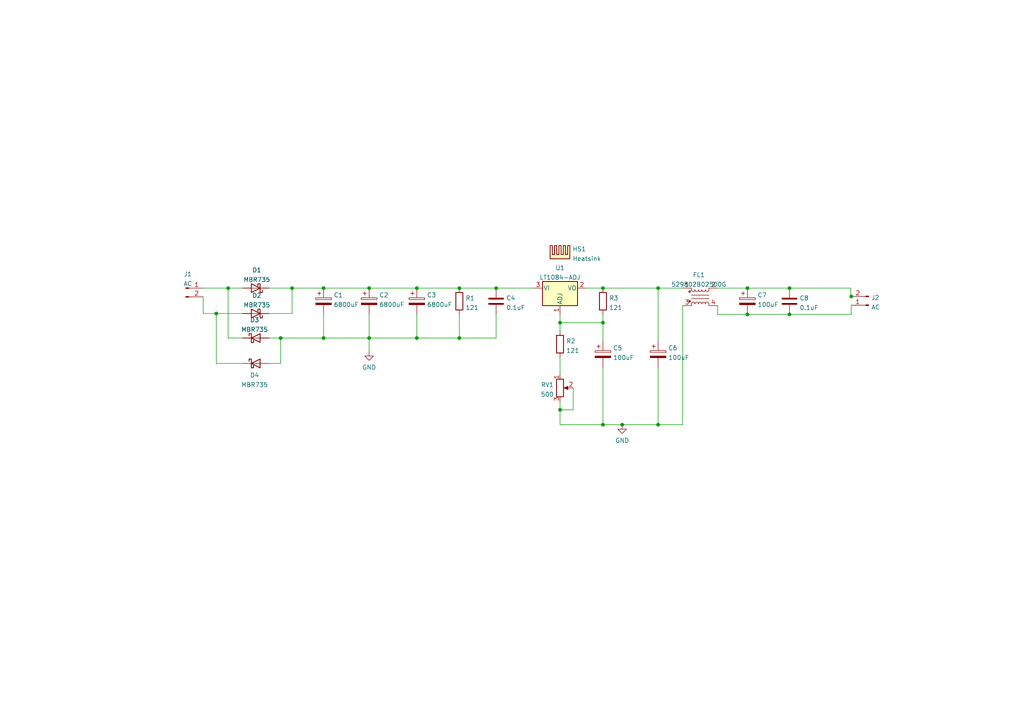
<source format=kicad_sch>
(kicad_sch (version 20211123) (generator eeschema)
  (paper "A4")
  (lib_symbols
    (symbol "Connector:Conn_01x02_Male" (pin_names (offset 1.016) hide)
      (property "Reference" "J" (at 0 2.54 0))
      (property "Value" "Conn_01x02_Male" (at 0 -5.08 0))
      (symbol "Conn_01x02_Male_1_1"
        (polyline (pts (xy 1.27 -2.54) (xy 0.8636 -2.54)) (stroke (width 0.1524)))
        (polyline (pts (xy 1.27 0) (xy 0.8636 0)) (stroke (width 0.1524)))
        (rectangle (start 0.8636 -2.413) (end 0 -2.667) (stroke (width 0.1524)) (fill (type outline)))
        (rectangle (start 0.8636 0.127) (end 0 -0.127) (stroke (width 0.1524)) (fill (type outline)))
        (pin passive line (at 5.08 0 180) (length 3.81) (name "Pin_1") (number "1"))
        (pin passive line (at 5.08 -2.54 180) (length 3.81) (name "Pin_2") (number "2"))
      )
    )
    (symbol "Device:C" (pin_numbers hide) (pin_names (offset 0.254))
      (property "Reference" "C" (at 0.635 2.54 0))
      (property "Value" "C" (at 0.635 -2.54 0))
      (symbol "C_0_1"
        (polyline (pts (xy -2.032 -0.762) (xy 2.032 -0.762)) (stroke (width 0.508)))
        (polyline (pts (xy -2.032 0.762) (xy 2.032 0.762)) (stroke (width 0.508)))
      )
      (symbol "C_1_1"
        (pin passive line (at 0 3.81 270) (length 2.794) (name "~") (number "1"))
        (pin passive line (at 0 -3.81 90) (length 2.794) (name "~") (number "2"))
      )
    )
    (symbol "Device:C_Polarized" (pin_numbers hide) (pin_names (offset 0.254))
      (property "Reference" "C" (at 0.635 2.54 0))
      (property "Value" "C_Polarized" (at 0.635 -2.54 0))
      (symbol "C_Polarized_0_1"
        (rectangle (start -2.286 0.508) (end 2.286 1.016))
        (polyline (pts (xy -1.778 2.286) (xy -0.762 2.286)))
        (polyline (pts (xy -1.27 2.794) (xy -1.27 1.778)))
        (rectangle (start 2.286 -0.508) (end -2.286 -1.016) (fill (type outline)))
      )
      (symbol "C_Polarized_1_1"
        (pin passive line (at 0 3.81 270) (length 2.794) (name "~") (number "1"))
        (pin passive line (at 0 -3.81 90) (length 2.794) (name "~") (number "2"))
      )
    )
    (symbol "Device:Filter_EMI_CommonMode" (pin_names (offset 0.254) hide)
      (property "Reference" "FL" (at 0 4.445 0))
      (property "Value" "Filter_EMI_CommonMode" (at 0 -4.445 0))
      (symbol "Filter_EMI_CommonMode_0_1"
        (circle (center -3.048 -1.27) (radius 0.254) (fill (type outline)))
        (circle (center -3.048 1.524) (radius 0.254) (fill (type outline)))
        (arc (start -2.54 2.032) (mid -2.032 1.524) (end -1.524 2.032))
        (arc (start -1.524 -2.032) (mid -2.032 -1.524) (end -2.54 -2.032))
        (arc (start -1.524 2.032) (mid -1.016 1.524) (end -0.508 2.032))
        (arc (start -0.508 -2.032) (mid -1.016 -1.524) (end -1.524 -2.032))
        (arc (start -0.508 2.032) (mid 0 1.524) (end 0.508 2.032))
        (polyline (pts (xy -2.54 -2.032) (xy -2.54 -2.54)))
        (polyline (pts (xy -2.54 0.508) (xy 2.54 0.508)))
        (polyline (pts (xy -2.54 2.032) (xy -2.54 2.54)))
        (polyline (pts (xy 2.54 -2.032) (xy 2.54 -2.54)))
        (polyline (pts (xy 2.54 -0.508) (xy -2.54 -0.508)))
        (polyline (pts (xy 2.54 2.54) (xy 2.54 2.032)))
        (arc (start 0.508 -2.032) (mid 0 -1.524) (end -0.508 -2.032))
        (arc (start 0.508 2.032) (mid 1.016 1.524) (end 1.524 2.032))
        (arc (start 1.524 -2.032) (mid 1.016 -1.524) (end 0.508 -2.032))
        (arc (start 1.524 2.032) (mid 2.032 1.524) (end 2.54 2.032))
        (arc (start 2.54 -2.032) (mid 2.032 -1.524) (end 1.524 -2.032))
      )
      (symbol "Filter_EMI_CommonMode_1_1"
        (pin passive line (at -5.08 2.54 0) (length 2.54) (name "1") (number "1"))
        (pin passive line (at 5.08 2.54 180) (length 2.54) (name "2") (number "2"))
        (pin passive line (at -5.08 -2.54 0) (length 2.54) (name "3") (number "3"))
        (pin passive line (at 5.08 -2.54 180) (length 2.54) (name "4") (number "4"))
      )
    )
    (symbol "Device:R" (pin_numbers hide) (pin_names (offset 0))
      (property "Reference" "R" (at 2.032 0 90))
      (property "Value" "R" (at 0 0 90))
      (symbol "R_0_1"
        (rectangle (start -1.016 -2.54) (end 1.016 2.54) (stroke (width 0.254)))
      )
      (symbol "R_1_1"
        (pin passive line (at 0 3.81 270) (length 1.27) (name "~") (number "1"))
        (pin passive line (at 0 -3.81 90) (length 1.27) (name "~") (number "2"))
      )
    )
    (symbol "Device:R_Potentiometer" (pin_names (offset 1.016) hide)
      (property "Reference" "RV" (at -4.445 0 90))
      (property "Value" "R_Potentiometer" (at -2.54 0 90))
      (symbol "R_Potentiometer_0_1"
        (polyline (pts (xy 2.54 0) (xy 1.524 0)))
        (polyline (pts (xy 1.143 0) (xy 2.286 0.508) (xy 2.286 -0.508) (xy 1.143 0)) (fill (type outline)))
        (rectangle (start 1.016 2.54) (end -1.016 -2.54) (stroke (width 0.254)))
      )
      (symbol "R_Potentiometer_1_1"
        (pin passive line (at 0 3.81 270) (length 1.27) (name "1") (number "1"))
        (pin passive line (at 3.81 0 180) (length 1.27) (name "2") (number "2"))
        (pin passive line (at 0 -3.81 90) (length 1.27) (name "3") (number "3"))
      )
    )
    (symbol "Diode:MBR735" (pin_numbers hide) (pin_names (offset 1.016) hide)
      (property "Reference" "D" (at 0 2.54 0))
      (property "Value" "MBR735" (at 0 -2.54 0))
      (symbol "MBR735_0_1"
        (polyline (pts (xy 1.27 0) (xy -1.27 0)))
        (polyline (pts (xy 1.27 1.27) (xy 1.27 -1.27) (xy -1.27 0) (xy 1.27 1.27)) (stroke (width 0.254)))
        (polyline (pts (xy -1.905 0.635) (xy -1.905 1.27) (xy -1.27 1.27) (xy -1.27 -1.27) (xy -0.635 -1.27) (xy -0.635 -0.635)) (stroke (width 0.254)))
      )
      (symbol "MBR735_1_1"
        (pin passive line (at -3.81 0 0) (length 2.54) (name "K") (number "1"))
        (pin passive line (at 3.81 0 180) (length 2.54) (name "A") (number "2"))
      )
    )
    (symbol "Mechanical:Heatsink" (pin_names (offset 1.016))
      (property "Reference" "HS" (at 0 5.08 0))
      (property "Value" "Heatsink" (at 0 -1.27 0))
      (symbol "Heatsink_0_1"
        (polyline (pts (xy -0.3302 1.27) (xy -0.9652 1.27) (xy -0.9652 3.81) (xy -1.6002 3.81) (xy -1.6002 1.27) (xy -2.2352 1.27) (xy -2.2352 3.81) (xy -2.8702 3.81) (xy -2.8702 0) (xy -0.9652 0)) (stroke (width 0.254)) (fill (type background)))
        (polyline (pts (xy -0.3302 1.27) (xy -0.3302 3.81) (xy 0.3048 3.81) (xy 0.3048 1.27) (xy 0.9398 1.27) (xy 0.9398 3.81) (xy 1.5748 3.81) (xy 1.5748 1.27) (xy 2.2098 1.27) (xy 2.2098 3.81) (xy 2.8448 3.81) (xy 2.8448 0) (xy -0.9652 0)) (stroke (width 0.254)) (fill (type background)))
      )
    )
    (symbol "Regulator_Linear:LT1084-ADJ" (pin_names (offset 0.254))
      (property "Reference" "U" (at -3.81 3.175 0))
      (property "Value" "LT1084-ADJ" (at 0 3.175 0))
      (symbol "LT1084-ADJ_0_1"
        (rectangle (start -5.08 1.905) (end 5.08 -5.08) (stroke (width 0.254)) (fill (type background)))
      )
      (symbol "LT1084-ADJ_1_1"
        (pin input line (at 0 -7.62 90) (length 2.54) (name "ADJ") (number "1"))
        (pin power_out line (at 7.62 0 180) (length 2.54) (name "VO") (number "2"))
        (pin power_in line (at -7.62 0 0) (length 2.54) (name "VI") (number "3"))
      )
    )
    (symbol "power:GND" (power) (pin_names (offset 0))
      (property "Value" "GND" (at 0 -3.81 0))
      (symbol "GND_0_1"
        (polyline (pts (xy 0 0) (xy 0 -1.27) (xy 1.27 -1.27) (xy 0 -2.54) (xy -1.27 -1.27) (xy 0 -1.27)))
      )
      (symbol "GND_1_1"
        (pin power_in line (at 0 0 270) (length 0) hide (name "GND") (number "1"))
      )
    )
  )
  (junction (at 120.904 98.044))
  (junction (at 62.738 90.932))
  (junction (at 174.879 83.566))
  (junction (at 162.433 93.599))
  (junction (at 84.709 83.566))
  (junction (at 93.853 83.566))
  (junction (at 180.467 123.19))
  (junction (at 120.904 83.566))
  (junction (at 107.061 83.566))
  (junction (at 216.789 91.186))
  (junction (at 190.881 123.19))
  (junction (at 66.167 83.566))
  (junction (at 174.879 123.19))
  (junction (at 133.223 83.566))
  (junction (at 228.981 91.186))
  (junction (at 246.888 85.979))
  (junction (at 143.891 83.566))
  (junction (at 81.407 98.044))
  (junction (at 174.879 93.599))
  (junction (at 107.061 98.044))
  (junction (at 216.789 83.566))
  (junction (at 162.433 118.872))
  (junction (at 93.853 98.044))
  (junction (at 133.223 98.044))
  (junction (at 228.981 83.566))
  (junction (at 190.881 83.566))
  (wire (pts (xy 216.789 91.186) (xy 208.153 91.186)))
  (wire (pts (xy 143.891 98.044) (xy 133.223 98.044)))
  (wire (pts (xy 216.789 83.566) (xy 228.981 83.566)))
  (wire (pts (xy 77.978 105.41) (xy 81.407 105.41)))
  (wire (pts (xy 190.881 98.933) (xy 190.881 83.566)))
  (wire (pts (xy 174.879 91.186) (xy 174.879 93.599)))
  (wire (pts (xy 246.761 83.566) (xy 246.761 85.979)))
  (wire (pts (xy 107.061 83.566) (xy 120.904 83.566)))
  (wire (pts (xy 93.853 98.044) (xy 81.407 98.044)))
  (wire (pts (xy 70.358 105.41) (xy 62.738 105.41)))
  (wire (pts (xy 62.738 90.932) (xy 58.928 90.932)))
  (wire (pts (xy 246.888 88.519) (xy 246.888 91.186)))
  (wire (pts (xy 133.223 91.186) (xy 133.223 98.044)))
  (wire (pts (xy 84.709 83.566) (xy 93.853 83.566)))
  (wire (pts (xy 208.153 83.566) (xy 216.789 83.566)))
  (wire (pts (xy 120.904 98.044) (xy 107.061 98.044)))
  (wire (pts (xy 162.433 116.332) (xy 162.433 118.872)))
  (wire (pts (xy 170.053 83.566) (xy 174.879 83.566)))
  (wire (pts (xy 143.891 91.186) (xy 143.891 98.044)))
  (wire (pts (xy 107.061 91.186) (xy 107.061 98.044)))
  (wire (pts (xy 107.061 98.044) (xy 93.853 98.044)))
  (wire (pts (xy 166.243 118.872) (xy 162.433 118.872)))
  (wire (pts (xy 174.879 123.19) (xy 162.433 123.19)))
  (wire (pts (xy 93.853 91.186) (xy 93.853 98.044)))
  (wire (pts (xy 174.879 106.553) (xy 174.879 123.19)))
  (wire (pts (xy 58.928 83.566) (xy 66.167 83.566)))
  (wire (pts (xy 180.467 123.19) (xy 174.879 123.19)))
  (wire (pts (xy 133.223 98.044) (xy 120.904 98.044)))
  (wire (pts (xy 162.433 93.599) (xy 162.433 96.012)))
  (wire (pts (xy 84.709 83.566) (xy 84.709 90.932)))
  (wire (pts (xy 174.879 93.599) (xy 174.879 98.933)))
  (wire (pts (xy 190.881 123.19) (xy 180.467 123.19)))
  (wire (pts (xy 81.407 98.044) (xy 77.978 98.044)))
  (wire (pts (xy 162.433 103.632) (xy 162.433 108.712)))
  (wire (pts (xy 246.761 85.979) (xy 246.888 85.979)))
  (wire (pts (xy 166.243 112.522) (xy 166.243 118.872)))
  (wire (pts (xy 120.904 91.186) (xy 120.904 98.044)))
  (wire (pts (xy 190.881 83.566) (xy 174.879 83.566)))
  (wire (pts (xy 197.993 88.646) (xy 197.993 123.19)))
  (wire (pts (xy 107.061 98.044) (xy 107.061 101.981)))
  (wire (pts (xy 58.928 90.932) (xy 58.928 86.106)))
  (wire (pts (xy 190.881 83.566) (xy 197.993 83.566)))
  (wire (pts (xy 174.879 93.599) (xy 162.433 93.599)))
  (wire (pts (xy 246.888 91.186) (xy 228.981 91.186)))
  (wire (pts (xy 228.981 83.566) (xy 246.761 83.566)))
  (wire (pts (xy 197.993 123.19) (xy 190.881 123.19)))
  (wire (pts (xy 162.433 123.19) (xy 162.433 118.872)))
  (wire (pts (xy 84.709 90.932) (xy 77.978 90.932)))
  (wire (pts (xy 77.978 83.566) (xy 84.709 83.566)))
  (wire (pts (xy 66.167 98.044) (xy 66.167 83.566)))
  (wire (pts (xy 70.358 98.044) (xy 66.167 98.044)))
  (wire (pts (xy 143.891 83.566) (xy 154.813 83.566)))
  (wire (pts (xy 190.881 106.553) (xy 190.881 123.19)))
  (wire (pts (xy 62.738 105.41) (xy 62.738 90.932)))
  (wire (pts (xy 133.223 83.566) (xy 143.891 83.566)))
  (wire (pts (xy 228.981 91.186) (xy 216.789 91.186)))
  (wire (pts (xy 66.167 83.566) (xy 70.358 83.566)))
  (wire (pts (xy 70.358 90.932) (xy 62.738 90.932)))
  (wire (pts (xy 120.904 83.566) (xy 133.223 83.566)))
  (wire (pts (xy 93.853 83.566) (xy 107.061 83.566)))
  (wire (pts (xy 208.153 91.186) (xy 208.153 88.646)))
  (wire (pts (xy 81.407 105.41) (xy 81.407 98.044)))
  (wire (pts (xy 162.433 91.186) (xy 162.433 93.599)))
  (symbol (lib_id "Diode:MBR735") (at 74.168 98.044 0) (unit 1)
    (property "Reference" "D3" (at 73.8505 92.8075 0))
    (property "Value" "MBR735" (at 73.8505 95.5826 0))
    (property "Footprint" "Package_TO_SOT_THT:TO-220-2_Vertical" (effects hide))
    (property "Datasheet" "http://www.onsemi.com/pub_link/Collateral/MBR735-D.PDF" (effects hide))
  )
  (symbol (lib_id "Diode:MBR735") (at 74.168 105.41 0) (unit 1)
    (property "Reference" "D4" (at 73.8505 108.8295 0))
    (property "Value" "MBR735" (at 73.8505 111.6046 0))
    (property "Footprint" "Package_TO_SOT_THT:TO-220-2_Vertical" (effects hide))
    (property "Datasheet" "http://www.onsemi.com/pub_link/Collateral/MBR735-D.PDF" (effects hide))
  )
  (symbol (lib_id "power:GND") (at 107.061 101.981 0) (unit 1)
    (property "Reference" "#PWR0102" (effects hide))
    (property "Value" "GND" (at 107.061 106.5435 0))
  )
  (symbol (lib_id "Device:R") (at 174.879 87.376 0) (unit 1)
    (property "Reference" "R3" (at 176.657 86.4675 0) (effects (justify left)))
    (property "Value" "121" (at 176.657 89.2426 0) (effects (justify left)))
    (property "Footprint" "Resistor_THT:R_Axial_DIN0309_L9.0mm_D3.2mm_P15.24mm_Horizontal" (effects hide))
  )
  (symbol (lib_id "Device:R") (at 133.223 87.376 0) (unit 1)
    (property "Reference" "R1" (at 135.001 86.4675 0) (effects (justify left)))
    (property "Value" "121" (at 135.001 89.2426 0) (effects (justify left)))
    (property "Footprint" "Resistor_THT:R_Axial_DIN0309_L9.0mm_D3.2mm_P15.24mm_Horizontal" (effects hide))
  )
  (symbol (lib_id "Device:C") (at 228.981 87.376 0) (unit 1)
    (property "Reference" "C8" (at 231.902 86.4675 0) (effects (justify left)))
    (property "Value" "0.1uF" (at 231.902 89.2426 0) (effects (justify left)))
    (property "Footprint" "Capacitor_THT:C_Rect_L7.2mm_W5.5mm_P5.00mm_FKS2_FKP2_MKS2_MKP2" (effects hide))
  )
  (symbol (lib_id "Device:C") (at 143.891 87.376 0) (unit 1)
    (property "Reference" "C4" (at 146.812 86.4675 0) (effects (justify left)))
    (property "Value" "0.1uF" (at 146.812 89.2426 0) (effects (justify left)))
    (property "Footprint" "Capacitor_THT:C_Rect_L7.2mm_W5.5mm_P5.00mm_FKS2_FKP2_MKS2_MKP2" (effects hide))
  )
  (symbol (lib_id "Diode:MBR735") (at 74.168 90.932 180) (unit 1)
    (property "Reference" "D2" (at 74.4855 85.6955 0))
    (property "Value" "MBR735" (at 74.4855 88.4706 0))
    (property "Footprint" "Package_TO_SOT_THT:TO-220-2_Vertical" (effects hide))
    (property "Datasheet" "http://www.onsemi.com/pub_link/Collateral/MBR735-D.PDF" (effects hide))
  )
  (symbol (lib_id "Mechanical:Heatsink") (at 162.433 75.057 0) (unit 1)
    (property "Reference" "HS1" (at 166.0398 72.2435 0) (effects (justify left)))
    (property "Value" "Heatsink" (at 166.0398 75.0186 0) (effects (justify left)))
    (property "Footprint" "Custom Library:AAvid_Heatsink" (effects hide))
  )
  (symbol (lib_id "Device:R_Potentiometer") (at 162.433 112.522 0) (unit 1)
    (property "Reference" "RV1" (at 160.655 111.6135 0) (effects (justify right)))
    (property "Value" "500" (at 160.655 114.3886 0) (effects (justify right)))
    (property "Footprint" "Potentiometer_THT:Potentiometer_Bourns_3296W_Vertical" (effects hide))
  )
  (symbol (lib_id "Device:C_Polarized") (at 93.853 87.376 0) (unit 1)
    (property "Reference" "C1" (at 96.774 85.5785 0) (effects (justify left)))
    (property "Value" "6800uF" (at 96.774 88.3536 0) (effects (justify left)))
    (property "Footprint" "Capacitor_THT:CP_Radial_D16.0mm_P7.50mm" (effects hide))
  )
  (symbol (lib_id "Device:C_Polarized") (at 216.789 87.376 0) (unit 1)
    (property "Reference" "C7" (at 219.71 85.5785 0) (effects (justify left)))
    (property "Value" "100uF" (at 219.71 88.3536 0) (effects (justify left)))
    (property "Footprint" "Capacitor_THT:CP_Radial_D10.0mm_P5.00mm_P7.50mm" (effects hide))
  )
  (symbol (lib_id "Connector:Conn_01x02_Male") (at 251.968 88.519 180) (unit 1)
    (property "Reference" "J2" (at 252.6792 86.3405 0) (effects (justify right)))
    (property "Value" "AC" (at 252.6792 89.1156 0) (effects (justify right)))
    (property "Footprint" "TerminalBlock_RND:TerminalBlock_RND_205-00012_1x02_P5.00mm_Horizontal" (effects hide))
  )
  (symbol (lib_id "Device:C_Polarized") (at 107.061 87.376 0) (unit 1)
    (property "Reference" "C2" (at 109.982 85.5785 0) (effects (justify left)))
    (property "Value" "6800uF" (at 109.982 88.3536 0) (effects (justify left)))
    (property "Footprint" "Capacitor_THT:CP_Radial_D16.0mm_P7.50mm" (effects hide))
  )
  (symbol (lib_id "Device:C_Polarized") (at 190.881 102.743 0) (unit 1)
    (property "Reference" "C6" (at 193.802 100.9455 0) (effects (justify left)))
    (property "Value" "100uF" (at 193.802 103.7206 0) (effects (justify left)))
    (property "Footprint" "Capacitor_THT:CP_Radial_D10.0mm_P5.00mm_P7.50mm" (effects hide))
  )
  (symbol (lib_id "Device:R") (at 162.433 99.822 0) (unit 1)
    (property "Reference" "R2" (at 164.211 98.9135 0) (effects (justify left)))
    (property "Value" "121" (at 164.211 101.6886 0) (effects (justify left)))
    (property "Footprint" "Resistor_THT:R_Axial_DIN0309_L9.0mm_D3.2mm_P15.24mm_Horizontal" (effects hide))
  )
  (symbol (lib_id "Device:C_Polarized") (at 174.879 102.743 0) (unit 1)
    (property "Reference" "C5" (at 177.8 100.9455 0) (effects (justify left)))
    (property "Value" "100uF" (at 177.8 103.7206 0) (effects (justify left)))
    (property "Footprint" "Capacitor_THT:CP_Radial_D10.0mm_P5.00mm_P7.50mm" (effects hide))
  )
  (symbol (lib_id "Diode:MBR735") (at 74.168 83.566 180) (unit 1)
    (property "Reference" "D1" (at 74.4855 78.3295 0))
    (property "Value" "MBR735" (at 74.4855 81.1046 0))
    (property "Footprint" "Package_TO_SOT_THT:TO-220-2_Vertical" (effects hide))
    (property "Datasheet" "http://www.onsemi.com/pub_link/Collateral/MBR735-D.PDF" (effects hide))
  )
  (symbol (lib_id "Device:C_Polarized") (at 120.904 87.376 0) (unit 1)
    (property "Reference" "C3" (at 123.825 85.5785 0) (effects (justify left)))
    (property "Value" "6800uF" (at 123.825 88.3536 0) (effects (justify left)))
    (property "Footprint" "Capacitor_THT:CP_Radial_D16.0mm_P7.50mm" (effects hide))
  )
  (symbol (lib_id "power:GND") (at 180.467 123.19 0) (unit 1)
    (property "Reference" "#PWR0101" (effects hide))
    (property "Value" "GND" (at 180.467 127.7525 0))
  )
  (symbol (lib_id "Device:Filter_EMI_CommonMode") (at 203.073 86.106 0) (unit 1)
    (property "Reference" "FL1" (at 202.692 79.7265 0))
    (property "Value" "529802B02500G" (at 202.692 82.5016 0))
    (property "Footprint" "Custom Library:Choke_Schaffner_RN218-04-12.5x18.0mm" (effects hide))
  )
  (symbol (lib_id "Connector:Conn_01x02_Male") (at 53.848 83.566 0) (unit 1)
    (property "Reference" "J1" (at 54.483 79.5233 0))
    (property "Value" "AC" (at 54.483 82.2984 0))
    (property "Footprint" "TerminalBlock_RND:TerminalBlock_RND_205-00012_1x02_P5.00mm_Horizontal" (effects hide))
  )
  (symbol (lib_id "Regulator_Linear:LT1084-ADJ") (at 162.433 83.566 0) (unit 1)
    (property "Reference" "U1" (at 162.433 77.6945 0))
    (property "Value" "LT1084-ADJ" (at 162.433 80.4696 0))
    (property "Footprint" "Package_TO_SOT_THT:TO-220-3_Vertical" (effects hide))
    (property "Datasheet" "https://www.analog.com/media/en/technical-documentation/data-sheets/108345fh.pdf" (effects hide))
  )
)
</source>
